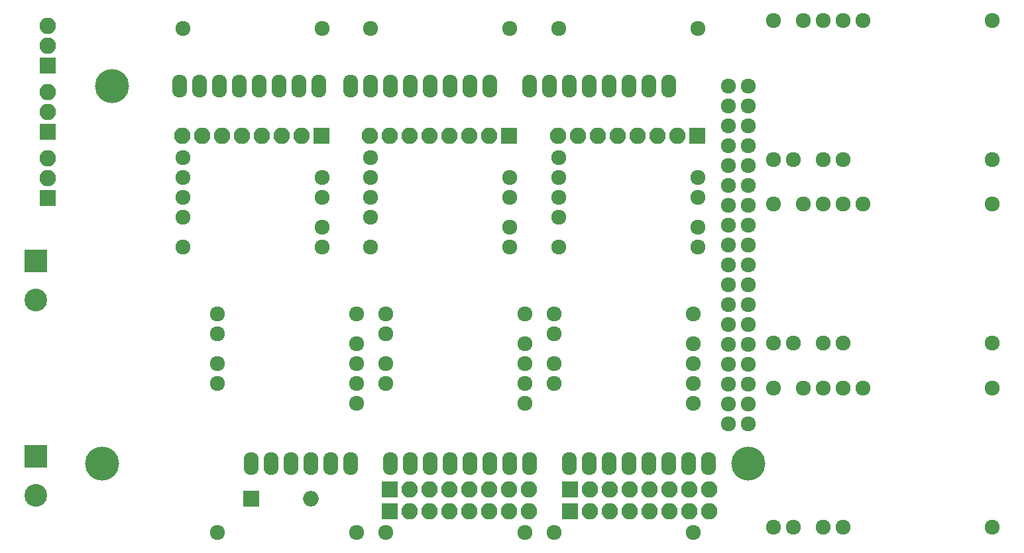
<source format=gbr>
G04 #@! TF.FileFunction,Soldermask,Bot*
%FSLAX46Y46*%
G04 Gerber Fmt 4.6, Leading zero omitted, Abs format (unit mm)*
G04 Created by KiCad (PCBNEW 4.0.6+dfsg1-1) date Sun Mar 11 01:01:58 2018*
%MOMM*%
%LPD*%
G01*
G04 APERTURE LIST*
%ADD10C,0.100000*%
%ADD11C,1.924000*%
%ADD12O,1.924000X2.940000*%
%ADD13C,4.337000*%
%ADD14R,2.100000X2.100000*%
%ADD15O,2.100000X2.100000*%
%ADD16R,2.900000X2.900000*%
%ADD17C,2.900000*%
%ADD18R,2.000000X2.000000*%
%ADD19O,2.000000X2.000000*%
G04 APERTURE END LIST*
D10*
D11*
X170550000Y-67730000D03*
X170550000Y-65190000D03*
X170550000Y-61380000D03*
X170550000Y-58840000D03*
X152770000Y-67730000D03*
X152770000Y-39790000D03*
X170550000Y-39790000D03*
X152770000Y-63920000D03*
X152770000Y-61380000D03*
X152770000Y-58840000D03*
X152770000Y-56300000D03*
D12*
X173080000Y-47200000D03*
X175620000Y-47200000D03*
X178160000Y-47200000D03*
X180700000Y-47200000D03*
X183240000Y-47200000D03*
X185780000Y-47200000D03*
X188320000Y-47200000D03*
X190860000Y-47200000D03*
X195940000Y-95460000D03*
X193400000Y-95460000D03*
X190860000Y-95460000D03*
X188320000Y-95460000D03*
X178160000Y-95460000D03*
X173080000Y-95460000D03*
X170540000Y-95460000D03*
X180700000Y-95460000D03*
X183240000Y-95460000D03*
X185780000Y-95460000D03*
X168000000Y-95460000D03*
X165460000Y-95460000D03*
X162920000Y-95460000D03*
X155300000Y-95460000D03*
X157840000Y-95460000D03*
X160380000Y-95460000D03*
X150220000Y-95460000D03*
X147680000Y-95460000D03*
X145140000Y-95460000D03*
X140060000Y-95460000D03*
X137520000Y-95460000D03*
X168000000Y-47200000D03*
X165460000Y-47200000D03*
X162920000Y-47200000D03*
X160380000Y-47200000D03*
X157840000Y-47200000D03*
X155300000Y-47200000D03*
X152760000Y-47200000D03*
X150220000Y-47200000D03*
X146156000Y-47200000D03*
X143616000Y-47200000D03*
X141076000Y-47200000D03*
X138536000Y-47200000D03*
X135996000Y-47200000D03*
X133456000Y-47200000D03*
X130916000Y-47200000D03*
X128376000Y-47200000D03*
X142600000Y-95460000D03*
D13*
X201020000Y-95460000D03*
X119740000Y-47200000D03*
X118470000Y-95460000D03*
D11*
X198480000Y-49740000D03*
X201020000Y-49740000D03*
X198480000Y-52280000D03*
X201020000Y-52280000D03*
X198480000Y-54820000D03*
X201020000Y-54820000D03*
X198480000Y-57360000D03*
X201020000Y-57360000D03*
X198480000Y-47200000D03*
X201020000Y-47200000D03*
X201020000Y-59900000D03*
X198480000Y-59900000D03*
X198480000Y-62440000D03*
X201020000Y-62440000D03*
X198480000Y-64980000D03*
X201020000Y-64980000D03*
X198480000Y-67520000D03*
X201020000Y-67520000D03*
X198480000Y-70060000D03*
X201020000Y-70060000D03*
X198480000Y-72600000D03*
X201020000Y-72600000D03*
X198480000Y-75140000D03*
X201020000Y-75140000D03*
X198480000Y-77680000D03*
X201020000Y-77680000D03*
X198480000Y-80220000D03*
X201020000Y-80220000D03*
X198480000Y-82760000D03*
X201020000Y-82760000D03*
X198480000Y-85300000D03*
X201020000Y-85300000D03*
X198480000Y-87840000D03*
X201020000Y-87840000D03*
X198480000Y-90380000D03*
X201020000Y-90380000D03*
X204270000Y-56550000D03*
X206810000Y-56550000D03*
X210620000Y-56550000D03*
X213160000Y-56550000D03*
X204270000Y-38770000D03*
X232210000Y-38770000D03*
X232210000Y-56550000D03*
X208080000Y-38770000D03*
X210620000Y-38770000D03*
X213160000Y-38770000D03*
X215700000Y-38770000D03*
D14*
X155250000Y-98750000D03*
D15*
X157790000Y-98750000D03*
X160330000Y-98750000D03*
X162870000Y-98750000D03*
X165410000Y-98750000D03*
X167950000Y-98750000D03*
X170490000Y-98750000D03*
X173030000Y-98750000D03*
D14*
X178250000Y-98750000D03*
D15*
X180790000Y-98750000D03*
X183330000Y-98750000D03*
X185870000Y-98750000D03*
X188410000Y-98750000D03*
X190950000Y-98750000D03*
X193490000Y-98750000D03*
X196030000Y-98750000D03*
D14*
X155250000Y-101500000D03*
D15*
X157790000Y-101500000D03*
X160330000Y-101500000D03*
X162870000Y-101500000D03*
X165410000Y-101500000D03*
X167950000Y-101500000D03*
X170490000Y-101500000D03*
X173030000Y-101500000D03*
D14*
X178250000Y-101500000D03*
D15*
X180790000Y-101500000D03*
X183330000Y-101500000D03*
X185870000Y-101500000D03*
X188410000Y-101500000D03*
X190950000Y-101500000D03*
X193490000Y-101500000D03*
X196030000Y-101500000D03*
D14*
X146500000Y-53500000D03*
D15*
X143960000Y-53500000D03*
X141420000Y-53500000D03*
X138880000Y-53500000D03*
X136340000Y-53500000D03*
X133800000Y-53500000D03*
X131260000Y-53500000D03*
X128720000Y-53500000D03*
D14*
X170500000Y-53500000D03*
D15*
X167960000Y-53500000D03*
X165420000Y-53500000D03*
X162880000Y-53500000D03*
X160340000Y-53500000D03*
X157800000Y-53500000D03*
X155260000Y-53500000D03*
X152720000Y-53500000D03*
D14*
X194500000Y-53500000D03*
D15*
X191960000Y-53500000D03*
X189420000Y-53500000D03*
X186880000Y-53500000D03*
X184340000Y-53500000D03*
X181800000Y-53500000D03*
X179260000Y-53500000D03*
X176720000Y-53500000D03*
D11*
X194550000Y-67730000D03*
X194550000Y-65190000D03*
X194550000Y-61380000D03*
X194550000Y-58840000D03*
X176770000Y-67730000D03*
X176770000Y-39790000D03*
X194550000Y-39790000D03*
X176770000Y-63920000D03*
X176770000Y-61380000D03*
X176770000Y-58840000D03*
X176770000Y-56300000D03*
X146550000Y-67730000D03*
X146550000Y-65190000D03*
X146550000Y-61380000D03*
X146550000Y-58840000D03*
X128770000Y-67730000D03*
X128770000Y-39790000D03*
X146550000Y-39790000D03*
X128770000Y-63920000D03*
X128770000Y-61380000D03*
X128770000Y-58840000D03*
X128770000Y-56300000D03*
X204270000Y-103550000D03*
X206810000Y-103550000D03*
X210620000Y-103550000D03*
X213160000Y-103550000D03*
X204270000Y-85770000D03*
X232210000Y-85770000D03*
X232210000Y-103550000D03*
X208080000Y-85770000D03*
X210620000Y-85770000D03*
X213160000Y-85770000D03*
X215700000Y-85770000D03*
X204270000Y-80050000D03*
X206810000Y-80050000D03*
X210620000Y-80050000D03*
X213160000Y-80050000D03*
X204270000Y-62270000D03*
X232210000Y-62270000D03*
X232210000Y-80050000D03*
X208080000Y-62270000D03*
X210620000Y-62270000D03*
X213160000Y-62270000D03*
X215700000Y-62270000D03*
X154700000Y-76270000D03*
X154700000Y-78810000D03*
X154700000Y-82620000D03*
X154700000Y-85160000D03*
X172480000Y-76270000D03*
X172480000Y-104210000D03*
X154700000Y-104210000D03*
X172480000Y-80080000D03*
X172480000Y-82620000D03*
X172480000Y-85160000D03*
X172480000Y-87700000D03*
X176200000Y-76270000D03*
X176200000Y-78810000D03*
X176200000Y-82620000D03*
X176200000Y-85160000D03*
X193980000Y-76270000D03*
X193980000Y-104210000D03*
X176200000Y-104210000D03*
X193980000Y-80080000D03*
X193980000Y-82620000D03*
X193980000Y-85160000D03*
X193980000Y-87700000D03*
X133200000Y-76270000D03*
X133200000Y-78810000D03*
X133200000Y-82620000D03*
X133200000Y-85160000D03*
X150980000Y-76270000D03*
X150980000Y-104210000D03*
X133200000Y-104210000D03*
X150980000Y-80080000D03*
X150980000Y-82620000D03*
X150980000Y-85160000D03*
X150980000Y-87700000D03*
D14*
X111500000Y-61500000D03*
D15*
X111500000Y-58960000D03*
X111500000Y-56420000D03*
D14*
X111500000Y-44500000D03*
D15*
X111500000Y-41960000D03*
X111500000Y-39420000D03*
D14*
X111500000Y-53000000D03*
D15*
X111500000Y-50460000D03*
X111500000Y-47920000D03*
D16*
X110000000Y-94500000D03*
D17*
X110000000Y-99500000D03*
D16*
X110000000Y-69500000D03*
D17*
X110000000Y-74500000D03*
D18*
X137500000Y-99900000D03*
D19*
X145120000Y-99900000D03*
M02*

</source>
